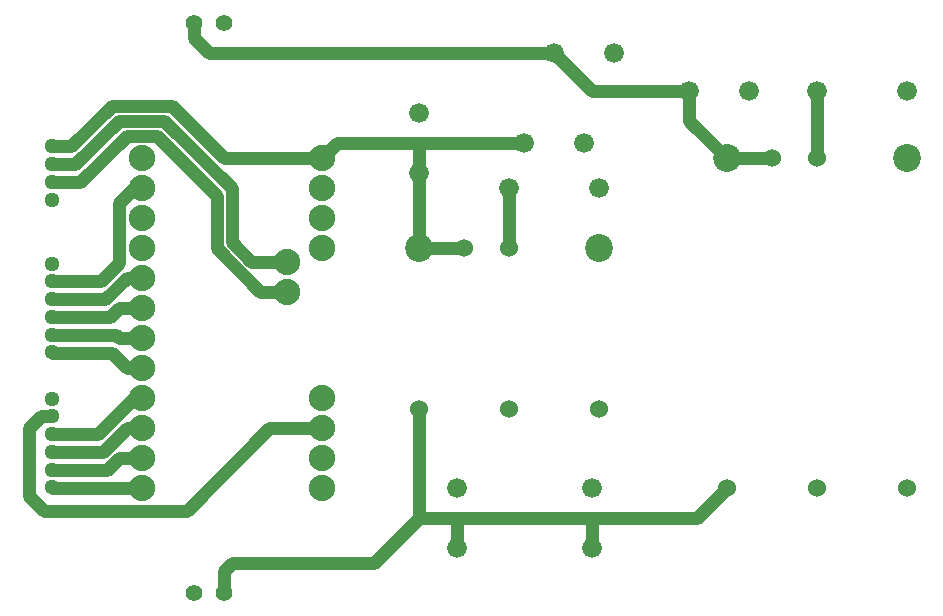
<source format=gbr>
G04 EAGLE Gerber RS-274X export*
G75*
%MOMM*%
%FSLAX34Y34*%
%LPD*%
%INBottom Copper*%
%IPPOS*%
%AMOC8*
5,1,8,0,0,1.08239X$1,22.5*%
G01*
%ADD10C,1.408000*%
%ADD11C,2.362200*%
%ADD12C,1.524000*%
%ADD13C,1.676400*%
%ADD14C,1.295400*%
%ADD15C,2.235200*%
%ADD16C,1.117600*%


D10*
X-222250Y-241300D03*
X-247650Y-241300D03*
X-247650Y241300D03*
X-222250Y241300D03*
D11*
X-57150Y50800D03*
X95250Y50800D03*
D12*
X-19050Y50800D03*
X19050Y50800D03*
X-57150Y-85598D03*
X19050Y-85598D03*
X95250Y-85598D03*
D11*
X203200Y127000D03*
X355600Y127000D03*
D12*
X241300Y127000D03*
X279400Y127000D03*
X203200Y-152400D03*
X279400Y-152400D03*
X355600Y-152400D03*
D13*
X-25400Y-203200D03*
X-25400Y-152400D03*
X88900Y-203200D03*
X88900Y-152400D03*
X171450Y184150D03*
X222250Y184150D03*
X31750Y139700D03*
X82550Y139700D03*
X57150Y215900D03*
X107950Y215900D03*
X-57150Y114300D03*
X-57150Y165100D03*
X355600Y184150D03*
X279400Y184150D03*
X95250Y101600D03*
X19050Y101600D03*
D14*
X-368300Y-121800D03*
X-368300Y-106800D03*
X-368300Y-136800D03*
X-368300Y-91800D03*
X-368300Y-151800D03*
X-368300Y-76800D03*
X-368300Y-7500D03*
X-368300Y7500D03*
X-368300Y-22500D03*
X-368300Y22500D03*
X-368300Y-37500D03*
X-368300Y37500D03*
X-368300Y106800D03*
X-368300Y121800D03*
X-368300Y91800D03*
X-368300Y136800D03*
D15*
X-292100Y127000D03*
X-292100Y101600D03*
X-292100Y0D03*
X-292100Y-25400D03*
X-292100Y-127000D03*
X-292100Y-152400D03*
X-139700Y-127000D03*
X-139700Y-76200D03*
X-139700Y50800D03*
X-139700Y101600D03*
X-139700Y127000D03*
X-168910Y39370D03*
X-168910Y13970D03*
X-292100Y-101600D03*
X-292100Y-76200D03*
X-139700Y-152400D03*
X-139700Y-101600D03*
X-292100Y50800D03*
X-292100Y76200D03*
X-139700Y76200D03*
X-292100Y-50800D03*
X-292100Y25400D03*
D16*
X-57150Y-177800D02*
X-25400Y-177800D01*
X88900Y-177800D01*
X177800Y-177800D01*
X203200Y-152400D01*
X-25400Y-177800D02*
X-25400Y-203200D01*
X88900Y-203200D02*
X88900Y-177800D01*
X-57150Y-177800D02*
X-57150Y-85598D01*
X-215900Y-215900D02*
X-222250Y-222250D01*
X-215900Y-215900D02*
X-95250Y-215900D01*
X-57150Y-177800D01*
X-222250Y-222250D02*
X-222250Y-241300D01*
X203200Y127000D02*
X241300Y127000D01*
X-234950Y215900D02*
X-247650Y228600D01*
X171450Y184150D02*
X171450Y158750D01*
X203200Y127000D01*
X171450Y184150D02*
X88900Y184150D01*
X57150Y215900D01*
X-234950Y215900D01*
X-247650Y228600D02*
X-247650Y241300D01*
X19050Y101600D02*
X19050Y50800D01*
X279400Y127000D02*
X279400Y184150D01*
X-19050Y50800D02*
X-57150Y50800D01*
X-57150Y114300D01*
X-57150Y139700D01*
X-127000Y139700D01*
X-352150Y136800D02*
X-368300Y136800D01*
X-352150Y136800D02*
X-317500Y171450D01*
X-266700Y171450D01*
X-222250Y127000D01*
X-139700Y127000D01*
X-127000Y139700D01*
X-57150Y139700D02*
X31750Y139700D01*
X-344050Y106800D02*
X-368300Y106800D01*
X-344050Y106800D02*
X-304800Y146050D01*
X-279400Y146050D01*
X-228600Y95250D01*
X-191770Y13970D02*
X-168910Y13970D01*
X-228600Y50800D02*
X-228600Y95250D01*
X-228600Y50800D02*
X-191770Y13970D01*
X-348100Y121800D02*
X-368300Y121800D01*
X-348100Y121800D02*
X-311150Y158750D01*
X-273050Y158750D01*
X-199209Y39370D02*
X-168910Y39370D01*
X-199209Y39370D02*
X-215900Y56061D01*
X-215900Y101600D01*
X-273050Y158750D01*
X-329050Y-106800D02*
X-368300Y-106800D01*
X-329050Y-106800D02*
X-298450Y-76200D01*
X-292100Y-76200D01*
X-325000Y-121800D02*
X-368300Y-121800D01*
X-325000Y-121800D02*
X-304800Y-101600D01*
X-292100Y-101600D01*
X-320950Y-136800D02*
X-368300Y-136800D01*
X-320950Y-136800D02*
X-311150Y-127000D01*
X-292100Y-127000D01*
X-292100Y-152400D02*
X-367700Y-152400D01*
X-368300Y-151800D01*
X-367700Y-38100D02*
X-368300Y-37500D01*
X-367700Y-38100D02*
X-317500Y-38100D01*
X-304800Y-50800D01*
X-292100Y-50800D01*
X-314050Y-22500D02*
X-368300Y-22500D01*
X-314050Y-22500D02*
X-311150Y-25400D01*
X-292100Y-25400D01*
X-318650Y-7500D02*
X-368300Y-7500D01*
X-318650Y-7500D02*
X-311150Y0D01*
X-292100Y0D01*
X-322700Y7500D02*
X-368300Y7500D01*
X-322700Y7500D02*
X-304800Y25400D01*
X-292100Y25400D01*
X-326750Y22500D02*
X-368300Y22500D01*
X-311150Y38100D02*
X-311150Y88900D01*
X-298450Y101600D01*
X-292100Y101600D01*
X-311150Y38100D02*
X-326750Y22500D01*
X-368300Y-91800D02*
X-377550Y-91800D01*
X-387350Y-101600D01*
X-254000Y-171450D02*
X-184150Y-101600D01*
X-139700Y-101600D01*
X-254000Y-171450D02*
X-374650Y-171450D01*
X-387350Y-158750D01*
X-387350Y-101600D01*
M02*

</source>
